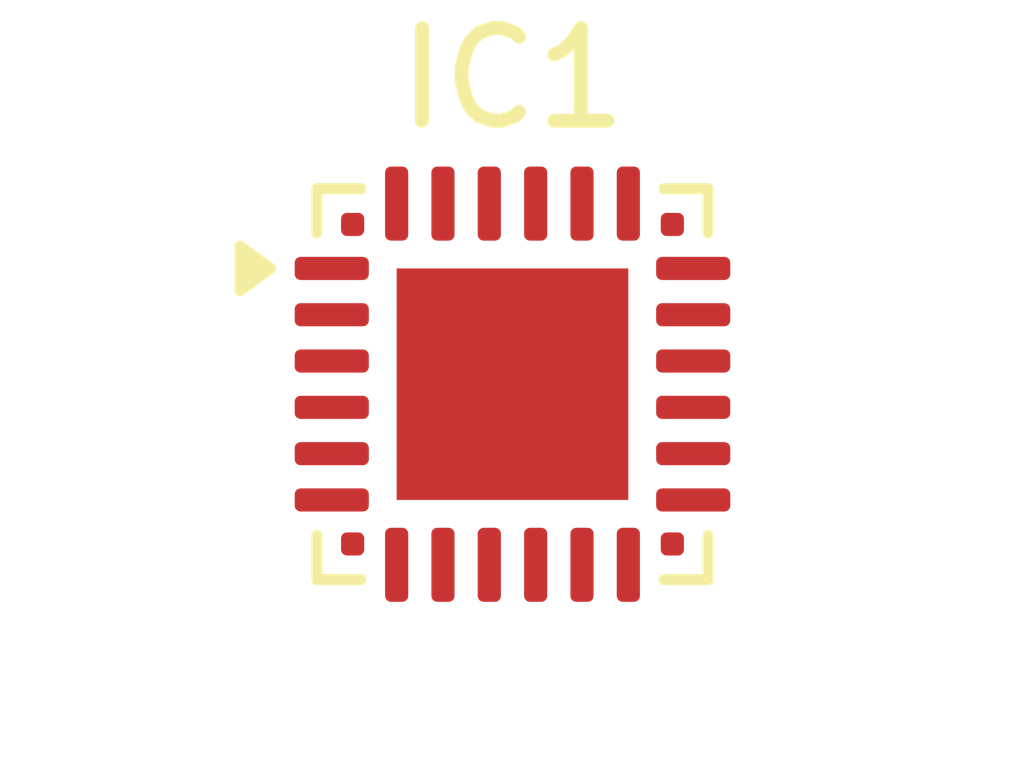
<source format=kicad_pcb>
(kicad_pcb (version 20241229) (generator "pcbnew") (generator_version "9.0")
  (layers (0 "F.Cu" signal) (2 "B.Cu" signal) (13 "F.Paste" user) (15 "B.Paste" user) (5 "F.SilkS" user "F.Silkscreen") (7 "B.SilkS" user "B.Silkscreen") (1 "F.Mask" user) (3 "B.Mask" user) (25 "Edge.Cuts" user))
  (net 0 "")
  (footprint "TheCompany:QFN-24-1EP_4x4mm_P0.5mm_EP2.5x2.5mm_corner_pads" (layer "F.Cu") (at 148.225 98.225)
    (property "Reference" "IC1" (at 0 -3.3 0) (layer "F.SilkS"))
    (property "Value" "TAC5212IRGER")
    (fp_line (start -2.11 -2.11) (end -1.635 -2.11) (stroke (width 0.12)) (layer "F.SilkS"))
    (fp_line (start -2.11 -1.635) (end -2.11 -2.11) (stroke (width 0.12)) (layer "F.SilkS"))
    (fp_line (start -2.11 2.11) (end -2.11 1.635) (stroke (width 0.12)) (layer "F.SilkS"))
    (fp_line (start -1.635 2.11) (end -2.11 2.11) (stroke (width 0.12)) (layer "F.SilkS"))
    (fp_line (start 1.635 -2.11) (end 2.11 -2.11) (stroke (width 0.12)) (layer "F.SilkS"))
    (fp_line (start 2.11 -2.11) (end 2.11 -1.635) (stroke (width 0.12)) (layer "F.SilkS"))
    (fp_line (start 2.11 1.635) (end 2.11 2.11) (stroke (width 0.12)) (layer "F.SilkS"))
    (fp_line (start 2.11 2.11) (end 1.635 2.11) (stroke (width 0.12)) (layer "F.SilkS"))
    (fp_poly (pts (xy -2.61 -1.25) (xy -2.94 -1.01) (xy -2.94 -1.49)) (stroke (width 0.12)) (fill yes) (layer "F.SilkS"))
    (pad "1" smd roundrect (at -1.95 -1.25) (size 0.8 0.25) (layers "F.Cu" "F.Mask" "F.Paste"))
    (pad "2" smd roundrect (at -1.95 -0.75) (size 0.8 0.25) (layers "F.Cu" "F.Mask" "F.Paste"))
    (pad "3" smd roundrect (at -1.95 -0.25) (size 0.8 0.25) (layers "F.Cu" "F.Mask" "F.Paste"))
    (pad "4" smd roundrect (at -1.95 0.25) (size 0.8 0.25) (layers "F.Cu" "F.Mask" "F.Paste"))
    (pad "5" smd roundrect (at -1.95 0.75) (size 0.8 0.25) (layers "F.Cu" "F.Mask" "F.Paste"))
    (pad "6" smd roundrect (at -1.95 1.25) (size 0.8 0.25) (layers "F.Cu" "F.Mask" "F.Paste"))
    (pad "7" smd roundrect (at -1.25 1.95) (size 0.25 0.8) (layers "F.Cu" "F.Mask" "F.Paste"))
    (pad "8" smd roundrect (at -0.75 1.95) (size 0.25 0.8) (layers "F.Cu" "F.Mask" "F.Paste"))
    (pad "9" smd roundrect (at -0.25 1.95) (size 0.25 0.8) (layers "F.Cu" "F.Mask" "F.Paste"))
    (pad "10" smd roundrect (at 0.25 1.95) (size 0.25 0.8) (layers "F.Cu" "F.Mask" "F.Paste"))
    (pad "11" smd roundrect (at 0.75 1.95) (size 0.25 0.8) (layers "F.Cu" "F.Mask" "F.Paste"))
    (pad "12" smd roundrect (at 1.25 1.95) (size 0.25 0.8) (layers "F.Cu" "F.Mask" "F.Paste"))
    (pad "13" smd roundrect (at 1.95 1.25) (size 0.8 0.25) (layers "F.Cu" "F.Mask" "F.Paste"))
    (pad "14" smd roundrect (at 1.95 0.75) (size 0.8 0.25) (layers "F.Cu" "F.Mask" "F.Paste"))
    (pad "15" smd roundrect (at 1.95 0.25) (size 0.8 0.25) (layers "F.Cu" "F.Mask" "F.Paste"))
    (pad "16" smd roundrect (at 1.95 -0.25) (size 0.8 0.25) (layers "F.Cu" "F.Mask" "F.Paste"))
    (pad "17" smd roundrect (at 1.95 -0.75) (size 0.8 0.25) (layers "F.Cu" "F.Mask" "F.Paste"))
    (pad "18" smd roundrect (at 1.95 -1.25) (size 0.8 0.25) (layers "F.Cu" "F.Mask" "F.Paste"))
    (pad "19" smd roundrect (at 1.25 -1.95) (size 0.25 0.8) (layers "F.Cu" "F.Mask" "F.Paste"))
    (pad "20" smd roundrect (at 0.75 -1.95) (size 0.25 0.8) (layers "F.Cu" "F.Mask" "F.Paste"))
    (pad "21" smd roundrect (at 0.25 -1.95) (size 0.25 0.8) (layers "F.Cu" "F.Mask" "F.Paste"))
    (pad "22" smd roundrect (at -0.25 -1.95) (size 0.25 0.8) (layers "F.Cu" "F.Mask" "F.Paste"))
    (pad "23" smd roundrect (at -0.75 -1.95) (size 0.25 0.8) (layers "F.Cu" "F.Mask" "F.Paste"))
    (pad "24" smd roundrect (at -1.25 -1.95) (size 0.25 0.8) (layers "F.Cu" "F.Mask" "F.Paste"))
    (pad "25" smd rect (at 0 0) (size 2.5 2.5) (property pad_prop_heatsink) (layers "F.Cu" "F.Mask"))
    (pad "A1" smd roundrect (at -1.725 -1.725) (size 0.25 0.25) (layers "F.Cu" "F.Mask" "F.Paste"))
    (pad "A2" smd roundrect (at -1.725 1.725) (size 0.25 0.25) (layers "F.Cu" "F.Mask" "F.Paste"))
    (pad "A3" smd roundrect (at 1.725 1.725) (size 0.25 0.25) (layers "F.Cu" "F.Mask" "F.Paste"))
    (pad "A4" smd roundrect (at 1.725 -1.725) (size 0.25 0.25) (layers "F.Cu" "F.Mask" "F.Paste"))
  )
)
</source>
